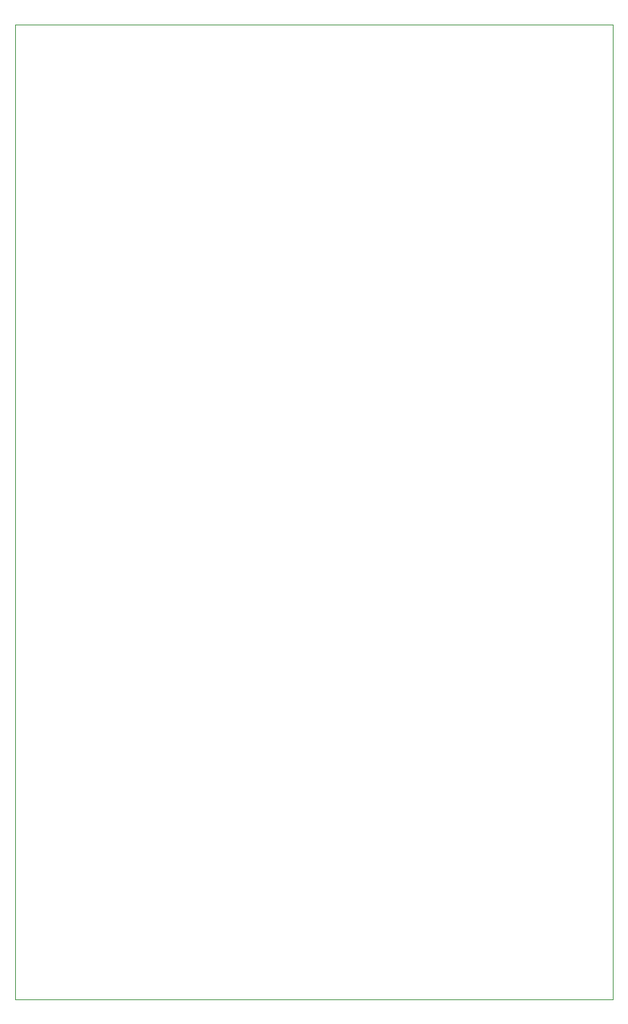
<source format=gm1>
G04 #@! TF.GenerationSoftware,KiCad,Pcbnew,6.0.11+dfsg-1*
G04 #@! TF.CreationDate,2023-07-14T21:47:45+01:00*
G04 #@! TF.ProjectId,bridge-rectifier,62726964-6765-42d7-9265-637469666965,rev?*
G04 #@! TF.SameCoordinates,Original*
G04 #@! TF.FileFunction,Profile,NP*
%FSLAX46Y46*%
G04 Gerber Fmt 4.6, Leading zero omitted, Abs format (unit mm)*
G04 Created by KiCad (PCBNEW 6.0.11+dfsg-1) date 2023-07-14 21:47:45*
%MOMM*%
%LPD*%
G01*
G04 APERTURE LIST*
G04 #@! TA.AperFunction,Profile*
%ADD10C,0.100000*%
G04 #@! TD*
G04 APERTURE END LIST*
D10*
X132000000Y-14000000D02*
X202000000Y-14000000D01*
X202000000Y-14000000D02*
X202000000Y-128000000D01*
X202000000Y-128000000D02*
X132000000Y-128000000D01*
X132000000Y-128000000D02*
X132000000Y-14000000D01*
M02*

</source>
